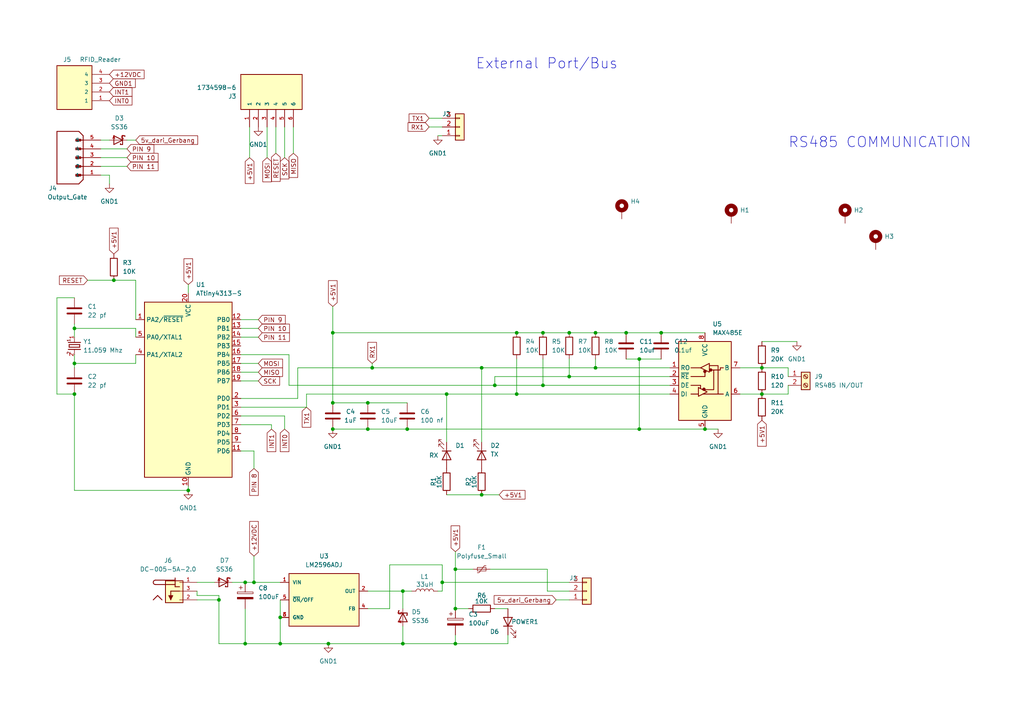
<source format=kicad_sch>
(kicad_sch (version 20231120) (generator "eeschema") (generator_version "8.0")
  (paper "A4")
  (lib_symbols
    (symbol "1734598-6:1734598-6" (pin_names (offset 1.016))
      (property "Reference" "J" (at -5.58 10.16 0))
      (property "Value" "1734598-6" (at -5.08 -10.16 0))
      (symbol "1734598-6_0_0"
        (rectangle (start -5.08 -7.62) (end 5.08 10.16) (stroke (width 0.254)) (fill (type background)))
        (pin passive line (at -10.16 7.62 0) (length 5.08) (name "1") (number "1"))
        (pin passive line (at -10.16 5.08 0) (length 5.08) (name "2") (number "2"))
        (pin passive line (at -10.16 2.54 0) (length 5.08) (name "3") (number "3"))
        (pin passive line (at -10.16 0 0) (length 5.08) (name "4") (number "4"))
        (pin passive line (at -10.16 -2.54 0) (length 5.08) (name "5") (number "5"))
        (pin passive line (at -10.16 -5.08 0) (length 5.08) (name "6") (number "6"))
      )
    )
    (symbol "284513-4:284513-4" (pin_names (offset 1.016))
      (property "Reference" "J" (at -5.58 7.62 0))
      (property "Value" "284513-4" (at -5.08 -7.62 0))
      (symbol "284513-4_0_0"
        (rectangle (start -5.08 -5.08) (end 5.08 7.62) (stroke (width 0.254)) (fill (type background)))
        (pin passive line (at -10.16 5.08 0) (length 5.08) (name "1") (number "1"))
        (pin passive line (at -10.16 2.54 0) (length 5.08) (name "2") (number "2"))
        (pin passive line (at -10.16 0 0) (length 5.08) (name "3") (number "3"))
        (pin passive line (at -10.16 -2.54 0) (length 5.08) (name "4") (number "4"))
      )
    )
    (symbol "Connector:Screw_Terminal_01x02" (pin_names (offset 1.016) hide)
      (property "Reference" "J" (at 0 2.54 0))
      (property "Value" "Screw_Terminal_01x02" (at 0 -5.08 0))
      (symbol "Screw_Terminal_01x02_1_1"
        (rectangle (start -1.27 1.27) (end 1.27 -3.81) (stroke (width 0.254)) (fill (type background)))
        (circle (center 0 -2.54) (radius 0.635) (stroke (width 0.1524)))
        (polyline (pts (xy -0.5334 -2.2098) (xy 0.3302 -3.048)) (stroke (width 0.1524)))
        (polyline (pts (xy -0.5334 0.3302) (xy 0.3302 -0.508)) (stroke (width 0.1524)))
        (polyline (pts (xy -0.3556 -2.032) (xy 0.508 -2.8702)) (stroke (width 0.1524)))
        (polyline (pts (xy -0.3556 0.508) (xy 0.508 -0.3302)) (stroke (width 0.1524)))
        (circle (center 0 0) (radius 0.635) (stroke (width 0.1524)))
        (pin passive line (at -5.08 0 0) (length 3.81) (name "Pin_1") (number "1"))
        (pin passive line (at -5.08 -2.54 0) (length 3.81) (name "Pin_2") (number "2"))
      )
    )
    (symbol "Connector_Generic:Conn_01x03" (pin_names (offset 1.016) hide)
      (property "Reference" "J" (at 0 5.08 0))
      (property "Value" "Conn_01x03" (at 0 -5.08 0))
      (symbol "Conn_01x03_1_1"
        (rectangle (start -1.27 -2.413) (end 0 -2.667) (stroke (width 0.1524)))
        (rectangle (start -1.27 0.127) (end 0 -0.127) (stroke (width 0.1524)))
        (rectangle (start -1.27 2.667) (end 0 2.413) (stroke (width 0.1524)))
        (rectangle (start -1.27 3.81) (end 1.27 -3.81) (stroke (width 0.254)) (fill (type background)))
        (pin passive line (at -5.08 2.54 0) (length 3.81) (name "Pin_1") (number "1"))
        (pin passive line (at -5.08 0 0) (length 3.81) (name "Pin_2") (number "2"))
        (pin passive line (at -5.08 -2.54 0) (length 3.81) (name "Pin_3") (number "3"))
      )
    )
    (symbol "DC-005-5A-2.0:DC-005-5A-2.0" (pin_names (offset 1.016))
      (property "Reference" "J" (at -5.08 5.08 0))
      (property "Value" "DC-005-5A-2.0" (at -5.08 -5.08 0))
      (symbol "DC-005-5A-2.0_0_0"
        (arc (start -4.445 3.175) (mid -5.0773 2.54) (end -4.445 1.905) (stroke (width 0.254)))
        (rectangle (start -1.5421 -3.3564) (end 3.5379 2.9936) (stroke (width 0.254)) (fill (type background)))
        (polyline (pts (xy -4.445 1.905) (xy 1.27 1.905)) (stroke (width 0.254)))
        (polyline (pts (xy -4.445 3.175) (xy 1.27 3.175)) (stroke (width 0.254)))
        (polyline (pts (xy -3.81 -1.27) (xy -5.08 -2.54)) (stroke (width 0.254)))
        (polyline (pts (xy -2.54 -2.54) (xy -3.81 -1.27)) (stroke (width 0.254)))
        (polyline (pts (xy 0 0) (xy 0 -2.54)) (stroke (width 0.254)))
        (polyline (pts (xy 1.27 1.27) (xy 2.54 1.27)) (stroke (width 0.254)))
        (polyline (pts (xy 1.27 1.905) (xy 1.27 1.27)) (stroke (width 0.254)))
        (polyline (pts (xy 1.27 3.175) (xy 1.27 1.905)) (stroke (width 0.254)))
        (polyline (pts (xy 1.27 3.81) (xy 1.27 3.175)) (stroke (width 0.254)))
        (polyline (pts (xy 2.54 0) (xy 0 0)) (stroke (width 0.254)))
        (polyline (pts (xy -0.635 -1.27) (xy 0.635 -1.27) (xy 0 -2.54) (xy -0.635 -1.27)) (stroke (width 0.1524)) (fill (type outline)))
        (pin passive line (at 7.62 2.54 180) (length 5.08) (name "~") (number "1"))
        (pin passive line (at 7.62 -2.54 180) (length 5.08) (name "~") (number "2"))
        (pin passive line (at 7.62 0 180) (length 5.08) (name "~") (number "3"))
      )
    )
    (symbol "Device:C" (pin_numbers hide) (pin_names (offset 0.254))
      (property "Reference" "C" (at 0.635 2.54 0))
      (property "Value" "C" (at 0.635 -2.54 0))
      (symbol "C_0_1"
        (polyline (pts (xy -2.032 -0.762) (xy 2.032 -0.762)) (stroke (width 0.508)))
        (polyline (pts (xy -2.032 0.762) (xy 2.032 0.762)) (stroke (width 0.508)))
      )
      (symbol "C_1_1"
        (pin passive line (at 0 3.81 270) (length 2.794) (name "~") (number "1"))
        (pin passive line (at 0 -3.81 90) (length 2.794) (name "~") (number "2"))
      )
    )
    (symbol "Device:C_Polarized" (pin_numbers hide) (pin_names (offset 0.254))
      (property "Reference" "C" (at 0.635 2.54 0))
      (property "Value" "C_Polarized" (at 0.635 -2.54 0))
      (symbol "C_Polarized_0_1"
        (rectangle (start -2.286 0.508) (end 2.286 1.016))
        (polyline (pts (xy -1.778 2.286) (xy -0.762 2.286)))
        (polyline (pts (xy -1.27 2.794) (xy -1.27 1.778)))
        (rectangle (start 2.286 -0.508) (end -2.286 -1.016) (fill (type outline)))
      )
      (symbol "C_Polarized_1_1"
        (pin passive line (at 0 3.81 270) (length 2.794) (name "~") (number "1"))
        (pin passive line (at 0 -3.81 90) (length 2.794) (name "~") (number "2"))
      )
    )
    (symbol "Device:L" (pin_numbers hide) (pin_names (offset 1.016) hide)
      (property "Reference" "L" (at -1.27 0 90))
      (property "Value" "L" (at 1.905 0 90))
      (symbol "L_0_1"
        (arc (start 0 -2.54) (mid 0.6323 -1.905) (end 0 -1.27))
        (arc (start 0 -1.27) (mid 0.6323 -0.635) (end 0 0))
        (arc (start 0 0) (mid 0.6323 0.635) (end 0 1.27))
        (arc (start 0 1.27) (mid 0.6323 1.905) (end 0 2.54))
      )
      (symbol "L_1_1"
        (pin passive line (at 0 3.81 270) (length 1.27) (name "1") (number "1"))
        (pin passive line (at 0 -3.81 90) (length 1.27) (name "2") (number "2"))
      )
    )
    (symbol "Device:LED" (pin_numbers hide) (pin_names (offset 1.016) hide)
      (property "Reference" "D" (at 0 2.54 0))
      (property "Value" "LED" (at 0 -2.54 0))
      (symbol "LED_0_1"
        (polyline (pts (xy -1.27 -1.27) (xy -1.27 1.27)) (stroke (width 0.254)))
        (polyline (pts (xy -1.27 0) (xy 1.27 0)))
        (polyline (pts (xy 1.27 -1.27) (xy 1.27 1.27) (xy -1.27 0) (xy 1.27 -1.27)) (stroke (width 0.254)))
        (polyline (pts (xy -3.048 -0.762) (xy -4.572 -2.286) (xy -3.81 -2.286) (xy -4.572 -2.286) (xy -4.572 -1.524)))
        (polyline (pts (xy -1.778 -0.762) (xy -3.302 -2.286) (xy -2.54 -2.286) (xy -3.302 -2.286) (xy -3.302 -1.524)))
      )
      (symbol "LED_1_1"
        (pin passive line (at -3.81 0 0) (length 2.54) (name "K") (number "1"))
        (pin passive line (at 3.81 0 180) (length 2.54) (name "A") (number "2"))
      )
    )
    (symbol "Device:Polyfuse_Small" (pin_numbers hide) (pin_names (offset 0))
      (property "Reference" "F" (at -1.905 0 90))
      (property "Value" "Polyfuse_Small" (at 1.905 0 90))
      (symbol "Polyfuse_Small_0_1"
        (rectangle (start -0.508 1.27) (end 0.508 -1.27))
        (polyline (pts (xy 0 2.54) (xy 0 -2.54)))
        (polyline (pts (xy -1.016 1.27) (xy -1.016 0.762) (xy 1.016 -0.762) (xy 1.016 -1.27)))
      )
      (symbol "Polyfuse_Small_1_1"
        (pin passive line (at 0 2.54 270) (length 0.635) (name "~") (number "1"))
        (pin passive line (at 0 -2.54 90) (length 0.635) (name "~") (number "2"))
      )
    )
    (symbol "Device:R" (pin_numbers hide) (pin_names (offset 0))
      (property "Reference" "R" (at 2.032 0 90))
      (property "Value" "R" (at 0 0 90))
      (symbol "R_0_1"
        (rectangle (start -1.016 -2.54) (end 1.016 2.54) (stroke (width 0.254)))
      )
      (symbol "R_1_1"
        (pin passive line (at 0 3.81 270) (length 1.27) (name "~") (number "1"))
        (pin passive line (at 0 -3.81 90) (length 1.27) (name "~") (number "2"))
      )
    )
    (symbol "Interface_UART:MAX485E"
      (property "Reference" "U" (at -6.096 11.43 0))
      (property "Value" "MAX485E" (at 0.762 11.43 0))
      (symbol "MAX485E_0_1"
        (rectangle (start -7.62 10.16) (end 7.62 -12.7) (stroke (width 0.254)) (fill (type background)))
        (circle (center -0.3048 -3.683) (radius 0.3556) (stroke (width 0.254)) (fill (type outline)))
        (circle (center -0.0254 1.4986) (radius 0.3556) (stroke (width 0.254)) (fill (type outline)))
        (polyline (pts (xy -4.064 -5.08) (xy -1.905 -5.08)) (stroke (width 0.254)))
        (polyline (pts (xy -4.064 2.54) (xy -1.27 2.54)) (stroke (width 0.254)))
        (polyline (pts (xy -1.27 -3.2004) (xy -1.27 -3.4544)) (stroke (width 0.254)))
        (polyline (pts (xy -0.635 -5.08) (xy 5.334 -5.08)) (stroke (width 0.254)))
        (polyline (pts (xy -4.064 -2.54) (xy -1.27 -2.54) (xy -1.27 -3.175)) (stroke (width 0.254)))
        (polyline (pts (xy 0 1.27) (xy 0 0) (xy -4.064 0)) (stroke (width 0.254)))
        (polyline (pts (xy 1.27 3.175) (xy 3.81 3.175) (xy 3.81 -5.08)) (stroke (width 0.254)))
        (polyline (pts (xy 2.54 1.905) (xy 2.54 -3.81) (xy 0 -3.81)) (stroke (width 0.254)))
        (polyline (pts (xy -1.905 -3.175) (xy -1.905 -5.715) (xy 0.635 -4.445) (xy -1.905 -3.175)) (stroke (width 0.254)))
        (polyline (pts (xy -1.27 2.54) (xy 1.27 3.81) (xy 1.27 1.27) (xy -1.27 2.54)) (stroke (width 0.254)))
        (polyline (pts (xy 1.905 1.905) (xy 4.445 1.905) (xy 4.445 2.54) (xy 5.334 2.54)) (stroke (width 0.254)))
        (rectangle (start 1.27 3.175) (end 1.27 3.175))
        (circle (center 1.651 1.905) (radius 0.3556) (stroke (width 0.254)) (fill (type outline)))
      )
      (symbol "MAX485E_1_1"
        (pin output line (at -10.16 2.54 0) (length 2.54) (name "RO") (number "1"))
        (pin input line (at -10.16 0 0) (length 2.54) (name "~{RE}") (number "2"))
        (pin input line (at -10.16 -2.54 0) (length 2.54) (name "DE") (number "3"))
        (pin input line (at -10.16 -5.08 0) (length 2.54) (name "DI") (number "4"))
        (pin power_in line (at 0 -15.24 90) (length 2.54) (name "GND") (number "5"))
        (pin bidirectional line (at 10.16 -5.08 180) (length 2.54) (name "A") (number "6"))
        (pin bidirectional line (at 10.16 2.54 180) (length 2.54) (name "B") (number "7"))
        (pin power_in line (at 0 12.7 270) (length 2.54) (name "VCC") (number "8"))
      )
    )
    (symbol "JST 2.5 mm:B5B-XH-A_LF__SN_" (pin_names (offset 1.016))
      (property "Reference" "J" (at 0 8.89 0))
      (property "Value" "B5B-XH-A_LF__SN_" (at 0 -10.16 0))
      (symbol "B5B-XH-A_LF__SN__0_0"
        (polyline (pts (xy 0 -6.35) (xy 1.27 -7.62)) (stroke (width 0.254)))
        (polyline (pts (xy 0 -5.08) (xy 1.905 -5.08)) (stroke (width 0.254)))
        (polyline (pts (xy 0 -2.54) (xy 1.905 -2.54)) (stroke (width 0.254)))
        (polyline (pts (xy 0 0) (xy 1.905 0)) (stroke (width 0.254)))
        (polyline (pts (xy 0 2.54) (xy 1.905 2.54)) (stroke (width 0.254)))
        (polyline (pts (xy 0 5.08) (xy 0 -6.35)) (stroke (width 0.254)))
        (polyline (pts (xy 0 5.08) (xy 1.905 5.08)) (stroke (width 0.254)))
        (polyline (pts (xy 0 6.35) (xy 0 5.08)) (stroke (width 0.254)))
        (polyline (pts (xy 0 6.35) (xy 1.27 7.62)) (stroke (width 0.254)))
        (polyline (pts (xy 1.27 -7.62) (xy 7.62 -7.62)) (stroke (width 0.254)))
        (polyline (pts (xy 7.62 -7.62) (xy 7.62 7.62)) (stroke (width 0.254)))
        (polyline (pts (xy 7.62 7.62) (xy 1.27 7.62)) (stroke (width 0.254)))
        (rectangle (start 0.635 -5.3975) (end 2.2225 -4.7625) (stroke (width 0.1)) (fill (type outline)))
        (rectangle (start 0.635 -2.8575) (end 2.2225 -2.2225) (stroke (width 0.1)) (fill (type outline)))
        (rectangle (start 0.635 -0.3175) (end 2.2225 0.3175) (stroke (width 0.1)) (fill (type outline)))
        (rectangle (start 0.635 2.2225) (end 2.2225 2.8575) (stroke (width 0.1)) (fill (type outline)))
        (rectangle (start 0.635 4.7625) (end 2.2225 5.3975) (stroke (width 0.1)) (fill (type outline)))
        (pin passive line (at -5.08 5.08 0) (length 5.08) (name "1") (number "1"))
        (pin passive line (at -5.08 2.54 0) (length 5.08) (name "2") (number "2"))
        (pin passive line (at -5.08 0 0) (length 5.08) (name "3") (number "3"))
        (pin passive line (at -5.08 -2.54 0) (length 5.08) (name "4") (number "4"))
        (pin passive line (at -5.08 -5.08 0) (length 5.08) (name "5") (number "5"))
      )
    )
    (symbol "LM2596ADJ:LM2596ADJ" (pin_names (offset 1.016))
      (property "Reference" "U" (at -10.16 8.89 0))
      (property "Value" "LM2596ADJ" (at -10.16 -10.16 0))
      (symbol "LM2596ADJ_0_0"
        (rectangle (start -10.16 -7.62) (end 10.16 7.62) (stroke (width 0.254)) (fill (type background)))
        (pin input line (at -12.7 5.08 0) (length 2.54) (name "VIN") (number "1"))
        (pin output line (at 12.7 2.54 180) (length 2.54) (name "OUT") (number "2"))
        (pin power_in line (at -12.7 -5.08 0) (length 2.54) (name "GND") (number "3"))
        (pin input line (at 12.7 -2.54 180) (length 2.54) (name "FB") (number "4"))
        (pin input line (at -12.7 0 0) (length 2.54) (name "~{ON}/OFF") (number "5"))
        (pin power_in line (at -12.7 -5.08 0) (length 2.54) (name "GND") (number "6"))
      )
    )
    (symbol "MCU_Microchip_ATtiny:ATtiny4313-S"
      (property "Reference" "U" (at -12.7 26.67 0))
      (property "Value" "ATtiny4313-S" (at 2.54 -26.67 0))
      (symbol "ATtiny4313-S_0_1"
        (rectangle (start -12.7 -25.4) (end 12.7 25.4) (stroke (width 0.254)) (fill (type background)))
      )
      (symbol "ATtiny4313-S_1_1"
        (pin bidirectional line (at -15.24 20.32 0) (length 2.54) (name "PA2/~{RESET}") (number "1"))
        (pin power_in line (at 0 -27.94 90) (length 2.54) (name "GND") (number "10"))
        (pin bidirectional line (at 15.24 -17.78 180) (length 2.54) (name "PD6") (number "11"))
        (pin bidirectional line (at 15.24 20.32 180) (length 2.54) (name "PB0") (number "12"))
        (pin bidirectional line (at 15.24 17.78 180) (length 2.54) (name "PB1") (number "13"))
        (pin bidirectional line (at 15.24 15.24 180) (length 2.54) (name "PB2") (number "14"))
        (pin bidirectional line (at 15.24 12.7 180) (length 2.54) (name "PB3") (number "15"))
        (pin bidirectional line (at 15.24 10.16 180) (length 2.54) (name "PB4") (number "16"))
        (pin bidirectional line (at 15.24 7.62 180) (length 2.54) (name "PB5") (number "17"))
        (pin bidirectional line (at 15.24 5.08 180) (length 2.54) (name "PB6") (number "18"))
        (pin bidirectional line (at 15.24 2.54 180) (length 2.54) (name "PB7") (number "19"))
        (pin bidirectional line (at 15.24 -2.54 180) (length 2.54) (name "PD0") (number "2"))
        (pin power_in line (at 0 27.94 270) (length 2.54) (name "VCC") (number "20"))
        (pin bidirectional line (at 15.24 -5.08 180) (length 2.54) (name "PD1") (number "3"))
        (pin bidirectional line (at -15.24 10.16 0) (length 2.54) (name "PA1/XTAL2") (number "4"))
        (pin bidirectional line (at -15.24 15.24 0) (length 2.54) (name "PA0/XTAL1") (number "5"))
        (pin bidirectional line (at 15.24 -7.62 180) (length 2.54) (name "PD2") (number "6"))
        (pin bidirectional line (at 15.24 -10.16 180) (length 2.54) (name "PD3") (number "7"))
        (pin bidirectional line (at 15.24 -12.7 180) (length 2.54) (name "PD4") (number "8"))
        (pin bidirectional line (at 15.24 -15.24 180) (length 2.54) (name "PD5") (number "9"))
      )
    )
    (symbol "Mechanical:MountingHole_Pad" (pin_numbers hide) (pin_names (offset 1.016) hide)
      (property "Reference" "H" (at 0 6.35 0))
      (property "Value" "MountingHole_Pad" (at 0 4.445 0))
      (symbol "MountingHole_Pad_0_1"
        (circle (center 0 1.27) (radius 1.27) (stroke (width 1.27)))
      )
      (symbol "MountingHole_Pad_1_1"
        (pin input line (at 0 -2.54 90) (length 2.54) (name "1") (number "1"))
      )
    )
    (symbol "SS36_1" (pin_names (offset 1.016))
      (property "Reference" "D" (at -2.286 1.905 0))
      (property "Value" "SS36" (at -2.286 -3.429 0))
      (symbol "SS36_1_0_0"
        (polyline (pts (xy -1.27 -1.27) (xy 1.27 0)) (stroke (width 0.254)))
        (polyline (pts (xy -1.27 1.27) (xy -1.27 -1.27)) (stroke (width 0.254)))
        (polyline (pts (xy 0.635 -1.016) (xy 0.635 -1.27)) (stroke (width 0.254)))
        (polyline (pts (xy 1.27 -1.27) (xy 0.635 -1.27)) (stroke (width 0.254)))
        (polyline (pts (xy 1.27 0) (xy -1.27 1.27)) (stroke (width 0.254)))
        (polyline (pts (xy 1.27 0) (xy 1.27 -1.27)) (stroke (width 0.254)))
        (polyline (pts (xy 1.27 1.27) (xy 1.27 0)) (stroke (width 0.254)))
        (polyline (pts (xy 1.905 1.27) (xy 1.27 1.27)) (stroke (width 0.254)))
        (polyline (pts (xy 1.905 1.27) (xy 1.905 1.016)) (stroke (width 0.254)))
        (pin passive line (at -2.54 0 0) (length 2.54) (name "~") (number "A"))
        (pin passive line (at 2.54 0 180) (length 2.54) (name "~") (number "C"))
      )
    )
    (symbol "XT9S20ANA16M:XT9S20ANA16M" (pin_names (offset 1.016))
      (property "Reference" "Y" (at 2.54 1.016 0))
      (property "Value" "XT9S20ANA16M" (at 2.54 -2.54 0))
      (symbol "XT9S20ANA16M_0_0"
        (polyline (pts (xy -2.54 0) (xy -1.016 0)) (stroke (width 0.1524)))
        (polyline (pts (xy -1.016 1.778) (xy -1.016 -1.778)) (stroke (width 0.254)))
        (polyline (pts (xy -0.381 -1.524) (xy 0.381 -1.524)) (stroke (width 0.254)))
        (polyline (pts (xy -0.381 1.524) (xy -0.381 -1.524)) (stroke (width 0.254)))
        (polyline (pts (xy 0.381 -1.524) (xy 0.381 1.524)) (stroke (width 0.254)))
        (polyline (pts (xy 0.381 1.524) (xy -0.381 1.524)) (stroke (width 0.254)))
        (polyline (pts (xy 1.016 0) (xy 2.54 0)) (stroke (width 0.1524)))
        (polyline (pts (xy 1.016 1.778) (xy 1.016 -1.778)) (stroke (width 0.254)))
        (text "1" (at -2.159 -1.143 0) (effects (font (size 0.8636 0.8636)) (justify left bottom)))
        (text "2" (at 1.524 -1.143 0) (effects (font (size 0.8636 0.8636)) (justify left bottom)))
        (pin passive line (at -2.54 0 0) (length 0) (name "~") (number "1"))
        (pin passive line (at 2.54 0 180) (length 0) (name "~") (number "2"))
      )
    )
    (symbol "power:GND1" (power) (pin_names (offset 0))
      (property "Value" "GND1" (at 0 -3.81 0))
      (symbol "GND1_0_1"
        (polyline (pts (xy 0 0) (xy 0 -1.27) (xy 1.27 -1.27) (xy 0 -2.54) (xy -1.27 -1.27) (xy 0 -1.27)))
      )
      (symbol "GND1_1_1"
        (pin power_in line (at 0 0 270) (length 0) hide (name "GND1") (number "1"))
      )
    )
  )
  (junction (at 54.61 142.24))
  (junction (at 139.7 143.51))
  (junction (at 73.66 168.91))
  (junction (at 81.28 186.69))
  (junction (at 106.68 124.46))
  (junction (at 63.5 173.99))
  (junction (at 181.61 96.52))
  (junction (at 71.12 186.69))
  (junction (at 165.1 96.52))
  (junction (at 157.48 96.52))
  (junction (at 96.52 96.52))
  (junction (at 81.28 179.07))
  (junction (at 116.84 186.69))
  (junction (at 129.54 114.3))
  (junction (at 220.98 106.68))
  (junction (at 172.72 106.68))
  (junction (at 157.48 111.76))
  (junction (at 139.7 106.68))
  (junction (at 132.08 165.1))
  (junction (at 185.42 104.14))
  (junction (at 106.68 116.84))
  (junction (at 71.12 168.91))
  (junction (at 204.47 124.46))
  (junction (at 21.59 105.41))
  (junction (at 128.27 168.91))
  (junction (at 185.42 124.46))
  (junction (at 118.11 124.46))
  (junction (at 191.77 96.52))
  (junction (at 132.08 186.69))
  (junction (at 33.02 81.28))
  (junction (at 149.86 114.3))
  (junction (at 116.84 171.45))
  (junction (at 107.95 106.68))
  (junction (at 149.86 96.52))
  (junction (at 143.51 111.76))
  (junction (at 21.59 114.3))
  (junction (at 165.1 109.22))
  (junction (at 21.59 95.25))
  (junction (at 96.52 116.84))
  (junction (at 96.52 124.46))
  (junction (at 95.25 186.69))
  (junction (at 172.72 96.52))
  (junction (at 220.98 114.3))
  (junction (at 132.08 176.53))
  (wire (pts (xy 143.51 109.22) (xy 143.51 111.76)))
  (wire (pts (xy 81.28 186.69) (xy 95.25 186.69)))
  (wire (pts (xy 135.89 176.53) (xy 132.08 176.53)))
  (wire (pts (xy 81.28 173.99) (xy 81.28 179.07)))
  (wire (pts (xy 81.28 179.07) (xy 81.28 186.69)))
  (wire (pts (xy 116.84 176.53) (xy 116.84 171.45)))
  (wire (pts (xy 83.82 111.76) (xy 83.82 102.87)))
  (wire (pts (xy 72.39 45.72) (xy 72.39 36.83)))
  (wire (pts (xy 161.29 173.99) (xy 165.1 173.99)))
  (wire (pts (xy 106.68 171.45) (xy 116.84 171.45)))
  (wire (pts (xy 143.51 111.76) (xy 157.48 111.76)))
  (wire (pts (xy 71.12 176.53) (xy 71.12 186.69)))
  (wire (pts (xy 63.5 186.69) (xy 71.12 186.69)))
  (wire (pts (xy 85.09 44.45) (xy 85.09 36.83)))
  (wire (pts (xy 165.1 168.91) (xy 128.27 168.91)))
  (wire (pts (xy 21.59 95.25) (xy 21.59 97.79)))
  (wire (pts (xy 21.59 142.24) (xy 54.61 142.24)))
  (wire (pts (xy 21.59 86.36) (xy 16.51 86.36)))
  (wire (pts (xy 128.27 163.83) (xy 128.27 168.91)))
  (wire (pts (xy 116.84 181.61) (xy 116.84 186.69)))
  (wire (pts (xy 95.25 186.69) (xy 116.84 186.69)))
  (wire (pts (xy 149.86 114.3) (xy 194.31 114.3)))
  (wire (pts (xy 139.7 106.68) (xy 172.72 106.68)))
  (wire (pts (xy 124.46 36.83) (xy 128.27 36.83)))
  (wire (pts (xy 39.37 81.28) (xy 39.37 92.71)))
  (wire (pts (xy 139.7 143.51) (xy 144.78 143.51)))
  (wire (pts (xy 149.86 96.52) (xy 157.48 96.52)))
  (wire (pts (xy 139.7 106.68) (xy 139.7 128.27)))
  (wire (pts (xy 107.95 106.68) (xy 139.7 106.68)))
  (wire (pts (xy 74.93 105.41) (xy 69.85 105.41)))
  (wire (pts (xy 77.47 45.72) (xy 77.47 36.83)))
  (wire (pts (xy 143.51 111.76) (xy 83.82 111.76)))
  (wire (pts (xy 73.66 168.91) (xy 81.28 168.91)))
  (wire (pts (xy 67.31 168.91) (xy 71.12 168.91)))
  (wire (pts (xy 106.68 116.84) (xy 118.11 116.84)))
  (wire (pts (xy 78.74 123.19) (xy 78.74 124.46)))
  (wire (pts (xy 29.21 50.8) (xy 31.75 50.8)))
  (wire (pts (xy 181.61 104.14) (xy 185.42 104.14)))
  (wire (pts (xy 80.01 44.45) (xy 80.01 36.83)))
  (wire (pts (xy 106.68 124.46) (xy 118.11 124.46)))
  (wire (pts (xy 16.51 86.36) (xy 16.51 114.3)))
  (wire (pts (xy 83.82 102.87) (xy 69.85 102.87)))
  (wire (pts (xy 220.98 114.3) (xy 228.6 114.3)))
  (wire (pts (xy 71.12 186.69) (xy 81.28 186.69)))
  (wire (pts (xy 181.61 96.52) (xy 191.77 96.52)))
  (wire (pts (xy 214.63 114.3) (xy 220.98 114.3)))
  (wire (pts (xy 172.72 96.52) (xy 181.61 96.52)))
  (wire (pts (xy 25.4 81.28) (xy 33.02 81.28)))
  (wire (pts (xy 74.93 97.79) (xy 69.85 97.79)))
  (wire (pts (xy 228.6 106.68) (xy 228.6 109.22)))
  (wire (pts (xy 21.59 102.87) (xy 21.59 105.41)))
  (wire (pts (xy 73.66 130.81) (xy 73.66 135.89)))
  (wire (pts (xy 36.83 48.26) (xy 29.21 48.26)))
  (wire (pts (xy 69.85 123.19) (xy 78.74 123.19)))
  (wire (pts (xy 39.37 95.25) (xy 39.37 97.79)))
  (wire (pts (xy 214.63 106.68) (xy 220.98 106.68)))
  (wire (pts (xy 21.59 105.41) (xy 39.37 105.41)))
  (wire (pts (xy 21.59 114.3) (xy 21.59 142.24)))
  (wire (pts (xy 106.68 176.53) (xy 113.03 176.53)))
  (wire (pts (xy 157.48 96.52) (xy 165.1 96.52)))
  (wire (pts (xy 69.85 95.25) (xy 74.93 95.25)))
  (wire (pts (xy 57.15 171.45) (xy 57.15 172.72)))
  (wire (pts (xy 107.95 105.41) (xy 107.95 106.68)))
  (wire (pts (xy 21.59 93.98) (xy 21.59 95.25)))
  (wire (pts (xy 36.83 43.18) (xy 29.21 43.18)))
  (wire (pts (xy 21.59 95.25) (xy 39.37 95.25)))
  (wire (pts (xy 147.32 186.69) (xy 147.32 184.15)))
  (wire (pts (xy 127 39.37) (xy 128.27 39.37)))
  (wire (pts (xy 132.08 160.02) (xy 132.08 165.1)))
  (wire (pts (xy 96.52 96.52) (xy 149.86 96.52)))
  (wire (pts (xy 231.14 99.06) (xy 220.98 99.06)))
  (wire (pts (xy 220.98 106.68) (xy 228.6 106.68)))
  (wire (pts (xy 132.08 186.69) (xy 147.32 186.69)))
  (wire (pts (xy 73.66 161.29) (xy 73.66 168.91)))
  (wire (pts (xy 88.9 118.11) (xy 88.9 114.3)))
  (wire (pts (xy 118.11 124.46) (xy 185.42 124.46)))
  (wire (pts (xy 185.42 104.14) (xy 191.77 104.14)))
  (wire (pts (xy 86.36 106.68) (xy 107.95 106.68)))
  (wire (pts (xy 128.27 171.45) (xy 127 171.45)))
  (wire (pts (xy 137.16 165.1) (xy 132.08 165.1)))
  (wire (pts (xy 33.02 81.28) (xy 39.37 81.28)))
  (wire (pts (xy 57.15 173.99) (xy 63.5 173.99)))
  (wire (pts (xy 158.75 171.45) (xy 165.1 171.45)))
  (wire (pts (xy 185.42 104.14) (xy 185.42 124.46)))
  (wire (pts (xy 208.28 124.46) (xy 204.47 124.46)))
  (wire (pts (xy 157.48 111.76) (xy 194.31 111.76)))
  (wire (pts (xy 165.1 96.52) (xy 172.72 96.52)))
  (wire (pts (xy 116.84 186.69) (xy 132.08 186.69)))
  (wire (pts (xy 129.54 114.3) (xy 149.86 114.3)))
  (wire (pts (xy 39.37 105.41) (xy 39.37 102.87)))
  (wire (pts (xy 29.21 45.72) (xy 36.83 45.72)))
  (wire (pts (xy 57.15 168.91) (xy 62.23 168.91)))
  (wire (pts (xy 86.36 106.68) (xy 86.36 115.57)))
  (wire (pts (xy 129.54 114.3) (xy 129.54 128.27)))
  (wire (pts (xy 96.52 96.52) (xy 96.52 116.84)))
  (wire (pts (xy 185.42 124.46) (xy 204.47 124.46)))
  (wire (pts (xy 116.84 171.45) (xy 119.38 171.45)))
  (wire (pts (xy 69.85 120.65) (xy 82.55 120.65)))
  (wire (pts (xy 69.85 92.71) (xy 74.93 92.71)))
  (wire (pts (xy 129.54 143.51) (xy 139.7 143.51)))
  (wire (pts (xy 143.51 109.22) (xy 165.1 109.22)))
  (wire (pts (xy 63.5 173.99) (xy 63.5 186.69)))
  (wire (pts (xy 88.9 114.3) (xy 129.54 114.3)))
  (wire (pts (xy 69.85 130.81) (xy 73.66 130.81)))
  (wire (pts (xy 158.75 165.1) (xy 158.75 171.45)))
  (wire (pts (xy 31.75 40.64) (xy 29.21 40.64)))
  (wire (pts (xy 124.46 34.29) (xy 128.27 34.29)))
  (wire (pts (xy 36.83 40.64) (xy 39.37 40.64)))
  (wire (pts (xy 54.61 82.55) (xy 54.61 85.09)))
  (wire (pts (xy 54.61 140.97) (xy 54.61 142.24)))
  (wire (pts (xy 69.85 118.11) (xy 88.9 118.11)))
  (wire (pts (xy 74.93 110.49) (xy 69.85 110.49)))
  (wire (pts (xy 113.03 176.53) (xy 113.03 163.83)))
  (wire (pts (xy 82.55 45.72) (xy 82.55 36.83)))
  (wire (pts (xy 96.52 88.9) (xy 96.52 96.52)))
  (wire (pts (xy 191.77 96.52) (xy 204.47 96.52)))
  (wire (pts (xy 69.85 115.57) (xy 86.36 115.57)))
  (wire (pts (xy 172.72 106.68) (xy 194.31 106.68)))
  (wire (pts (xy 132.08 186.69) (xy 132.08 184.15)))
  (wire (pts (xy 57.15 172.72) (xy 63.5 172.72)))
  (wire (pts (xy 21.59 105.41) (xy 21.59 106.68)))
  (wire (pts (xy 16.51 114.3) (xy 21.59 114.3)))
  (wire (pts (xy 128.27 168.91) (xy 128.27 171.45)))
  (wire (pts (xy 143.51 176.53) (xy 147.32 176.53)))
  (wire (pts (xy 142.24 165.1) (xy 158.75 165.1)))
  (wire (pts (xy 165.1 104.14) (xy 165.1 109.22)))
  (wire (pts (xy 71.12 168.91) (xy 73.66 168.91)))
  (wire (pts (xy 132.08 165.1) (xy 132.08 176.53)))
  (wire (pts (xy 82.55 120.65) (xy 82.55 124.46)))
  (wire (pts (xy 96.52 116.84) (xy 106.68 116.84)))
  (wire (pts (xy 165.1 109.22) (xy 194.31 109.22)))
  (wire (pts (xy 113.03 163.83) (xy 128.27 163.83)))
  (wire (pts (xy 63.5 172.72) (xy 63.5 173.99)))
  (wire (pts (xy 157.48 104.14) (xy 157.48 111.76)))
  (wire (pts (xy 228.6 114.3) (xy 228.6 111.76)))
  (wire (pts (xy 31.75 50.8) (xy 31.75 53.34)))
  (wire (pts (xy 74.93 107.95) (xy 69.85 107.95)))
  (wire (pts (xy 96.52 124.46) (xy 106.68 124.46)))
  (wire (pts (xy 172.72 104.14) (xy 172.72 106.68)))
  (wire (pts (xy 149.86 104.14) (xy 149.86 114.3)))
  (text "External Port/Bus" (at 137.922 20.32 0) (effects (font (size 3 3)) (justify left bottom)))
  (text "RS485 COMMUNICATION\n" (at 228.6 43.18 0) (effects (font (size 3 3)) (justify left bottom)))
  (global_label "+5V1" (shape input) (at 96.52 88.9 90) (property "Intersheetrefs" "${INTERSHEET_REFS}" (effects (hide yes))))
  (global_label "TX1" (shape input) (at 88.9 118.11 270) (property "Intersheetrefs" "${INTERSHEET_REFS}" (effects (hide yes))))
  (global_label "RX1" (shape input) (at 107.95 105.41 90) (property "Intersheetrefs" "${INTERSHEET_REFS}" (effects (hide yes))))
  (global_label "INT0" (shape input) (at 31.75 29.21 0) (property "Intersheetrefs" "${INTERSHEET_REFS}" (effects (hide yes))))
  (global_label "INT1" (shape input) (at 78.74 124.46 270) (property "Intersheetrefs" "${INTERSHEET_REFS}" (effects (hide yes))))
  (global_label "5v_dari_Gerbang" (shape input) (at 161.29 173.99 180) (property "Intersheetrefs" "${INTERSHEET_REFS}" (effects (hide yes))))
  (global_label "PIN 8" (shape input) (at 73.66 135.89 270) (property "Intersheetrefs" "${INTERSHEET_REFS}" (effects (hide yes))))
  (global_label "INT1" (shape input) (at 31.75 26.67 0) (property "Intersheetrefs" "${INTERSHEET_REFS}" (effects (hide yes))))
  (global_label "+5V1" (shape input) (at 54.61 82.55 90) (property "Intersheetrefs" "${INTERSHEET_REFS}" (effects (hide yes))))
  (global_label "+5V1" (shape input) (at 33.02 73.66 90) (property "Intersheetrefs" "${INTERSHEET_REFS}" (effects (hide yes))))
  (global_label "+12VDC" (shape input) (at 73.66 161.29 90) (property "Intersheetrefs" "${INTERSHEET_REFS}" (effects (hide yes))))
  (global_label "+12VDC" (shape input) (at 31.75 21.59 0) (property "Intersheetrefs" "${INTERSHEET_REFS}" (effects (hide yes))))
  (global_label "RX1" (shape input) (at 124.46 36.83 180) (property "Intersheetrefs" "${INTERSHEET_REFS}" (effects (hide yes))))
  (global_label "+5V1" (shape input) (at 144.78 143.51 0) (property "Intersheetrefs" "${INTERSHEET_REFS}" (effects (hide yes))))
  (global_label "PIN 10" (shape input) (at 74.93 95.25 0) (property "Intersheetrefs" "${INTERSHEET_REFS}" (effects (hide yes))))
  (global_label "PIN 9" (shape input) (at 74.93 92.71 0) (property "Intersheetrefs" "${INTERSHEET_REFS}" (effects (hide yes))))
  (global_label "MOSI" (shape input) (at 74.93 105.41 0) (property "Intersheetrefs" "${INTERSHEET_REFS}" (effects (hide yes))))
  (global_label "+5V1" (shape input) (at 132.08 160.02 90) (property "Intersheetrefs" "${INTERSHEET_REFS}" (effects (hide yes))))
  (global_label "+5V1" (shape input) (at 72.39 45.72 270) (property "Intersheetrefs" "${INTERSHEET_REFS}" (effects (hide yes))))
  (global_label "SCK" (shape input) (at 74.93 110.49 0) (property "Intersheetrefs" "${INTERSHEET_REFS}" (effects (hide yes))))
  (global_label "+5V1" (shape input) (at 220.98 121.92 270) (property "Intersheetrefs" "${INTERSHEET_REFS}" (effects (hide yes))))
  (global_label "INT0" (shape input) (at 82.55 124.46 270) (property "Intersheetrefs" "${INTERSHEET_REFS}" (effects (hide yes))))
  (global_label "MISO" (shape input) (at 85.09 44.45 270) (property "Intersheetrefs" "${INTERSHEET_REFS}" (effects (hide yes))))
  (global_label "PIN 11" (shape input) (at 36.83 48.26 0) (property "Intersheetrefs" "${INTERSHEET_REFS}" (effects (hide yes))))
  (global_label "GND1" (shape input) (at 31.75 24.13 0) (property "Intersheetrefs" "${INTERSHEET_REFS}" (effects (hide yes))))
  (global_label "RESET" (shape input) (at 25.4 81.28 180) (property "Intersheetrefs" "${INTERSHEET_REFS}" (effects (hide yes))))
  (global_label "MOSI" (shape input) (at 77.47 45.72 270) (property "Intersheetrefs" "${INTERSHEET_REFS}" (effects (hide yes))))
  (global_label "TX1" (shape input) (at 124.46 34.29 180) (property "Intersheetrefs" "${INTERSHEET_REFS}" (effects (hide yes))))
  (global_label "PIN 10" (shape input) (at 36.83 45.72 0) (property "Intersheetrefs" "${INTERSHEET_REFS}" (effects (hide yes))))
  (global_label "PIN 11" (shape input) (at 74.93 97.79 0) (property "Intersheetrefs" "${INTERSHEET_REFS}" (effects (hide yes))))
  (global_label "RESET" (shape input) (at 80.01 44.45 270) (property "Intersheetrefs" "${INTERSHEET_REFS}" (effects (hide yes))))
  (global_label "PIN 9" (shape input) (at 36.83 43.18 0) (property "Intersheetrefs" "${INTERSHEET_REFS}" (effects (hide yes))))
  (global_label "SCK" (shape input) (at 82.55 45.72 270) (property "Intersheetrefs" "${INTERSHEET_REFS}" (effects (hide yes))))
  (global_label "MISO" (shape input) (at 74.93 107.95 0) (property "Intersheetrefs" "${INTERSHEET_REFS}" (effects (hide yes))))
  (global_label "5v_dari_Gerbang" (shape input) (at 39.37 40.64 0) (property "Intersheetrefs" "${INTERSHEET_REFS}" (effects (hide yes))))
  (symbol (lib_id "Device:LED") (at 129.54 132.08 270) (unit 1)
    (property "Reference" "D1" (at 132.08 129.2225 90) (effects (justify left)))
    (property "Value" "RX" (at 124.46 132.08 90) (effects (justify left)))
    (property "Footprint" "LED_SMD:LED_1206_3216Metric" (effects (hide yes)))
  )
  (symbol (lib_id "Device:R") (at 220.98 110.49 0) (unit 1)
    (property "Reference" "R10" (at 223.52 109.22 0) (effects (justify left)))
    (property "Value" "120" (at 223.52 111.76 0) (effects (justify left)))
    (property "Footprint" "Resistor_SMD:R_1206_3216Metric" (effects (hide yes)))
  )
  (symbol (lib_id "Device:R") (at 220.98 118.11 0) (unit 1)
    (property "Reference" "R11" (at 223.52 116.84 0) (effects (justify left)))
    (property "Value" "20K" (at 223.52 119.38 0) (effects (justify left)))
    (property "Footprint" "Resistor_SMD:R_1206_3216Metric" (effects (hide yes)))
  )
  (symbol (lib_id "Mechanical:MountingHole_Pad") (at 254 69.85 0) (unit 1)
    (property "Reference" "H3" (at 256.54 68.5799 0) (effects (justify left)))
    (property "Value" "MountingHole_Pad" (effects (hide yes)))
    (property "Footprint" "MountingHole:MountingHole_3.2mm_M3_Pad_Via" (effects (hide yes)))
  )
  (symbol (lib_name "SS36_1") (lib_id "SS36:SS36") (at 116.84 179.07 90) (unit 1)
    (property "Reference" "D5" (at 119.38 177.4824 90) (effects (justify right)))
    (property "Value" "SS36" (at 119.38 180.0224 90) (effects (justify right)))
    (property "Footprint" "SS36:SMA" (effects (hide yes)))
    (property "MF" "ON Semiconductor" (effects (hide yes)))
    (property "Description_1" "\nDiode Schottky 60 V 3A Surface Mount SMC (DO-214AB)\n" (effects (hide yes)))
    (property "Package" "SMC-2 ON Semiconductor" (effects (hide yes)))
    (property "Price" "None" (effects (hide yes)))
    (property "SnapEDA_Link" "https://www.snapeda.com/parts/SS36/Onsemi/view-part/?ref=snap" (effects (hide yes)))
    (property "MP" "SS36" (effects (hide yes)))
    (property "Availability" "In Stock" (effects (hide yes)))
    (property "Check_prices" "https://www.snapeda.com/parts/SS36/Onsemi/view-part/?ref=eda" (effects (hide yes)))
  )
  (symbol (lib_id "Device:C") (at 106.68 120.65 0) (unit 1)
    (property "Reference" "C5" (at 110.49 119.38 0) (effects (justify left)))
    (property "Value" "10uF" (at 110.49 121.92 0) (effects (justify left)))
    (property "Footprint" "Capacitor_SMD:C_1206_3216Metric" (effects (hide yes)))
  )
  (symbol (lib_id "Device:LED") (at 139.7 132.08 270) (unit 1)
    (property "Reference" "D2" (at 142.24 129.2225 90) (effects (justify left)))
    (property "Value" "TX" (at 142.24 131.7625 90) (effects (justify left)))
    (property "Footprint" "LED_SMD:LED_1206_3216Metric" (effects (hide yes)))
  )
  (symbol (lib_id "Device:LED") (at 147.32 180.34 90) (unit 1)
    (property "Reference" "D6" (at 144.78 183.1975 90) (effects (justify left)))
    (property "Value" "POWER1" (at 156.21 180.34 90) (effects (justify left)))
    (property "Footprint" "LED_SMD:LED_1206_3216Metric" (effects (hide yes)))
  )
  (symbol (lib_id "Interface_UART:MAX485E") (at 204.47 109.22 0) (unit 1)
    (property "Reference" "U5" (at 206.6641 93.98 0) (effects (justify left)))
    (property "Value" "MAX485E" (at 206.6641 96.52 0) (effects (justify left)))
    (property "Footprint" "MAX485EESA_T:SOIC127P600X175-8N" (effects (hide yes)))
    (property "Datasheet" "https://datasheets.maximintegrated.com/en/ds/MAX1487E-MAX491E.pdf" (effects (hide yes)))
  )
  (symbol (lib_id "Device:R") (at 220.98 102.87 0) (unit 1)
    (property "Reference" "R9" (at 223.52 101.6 0) (effects (justify left)))
    (property "Value" "20K" (at 223.52 104.14 0) (effects (justify left)))
    (property "Footprint" "Resistor_SMD:R_1206_3216Metric" (effects (hide yes)))
  )
  (symbol (lib_id "284513-4:284513-4") (at 21.59 24.13 180) (unit 1)
    (property "Reference" "J5" (at 18.288 17.272 0) (effects (justify right)))
    (property "Value" "RFID_Reader" (at 23.114 17.272 0) (effects (justify right)))
    (property "Footprint" "TerminalBlock:TerminalBlock_Xinya_XY308-2.54-4P_1x04_P2.54mm_Horizontal" (effects (hide yes)))
    (property "Description" "\nCircular Connector, 4 POS TERMI-BLOK HDR 900 POL. | TE Connectivity 284513-4\n" (effects (hide yes)))
    (property "Check_prices" "https://www.snapeda.com/parts/284513-4/TE+Connectivity+AMP+Connectors/view-part/?ref=eda" (effects (hide yes)))
    (property "Package" "None" (effects (hide yes)))
    (property "STANDARD" "Manufacturer Recommendations" (effects (hide yes)))
    (property "PARTREV" "R" (effects (hide yes)))
    (property "SnapEDA_Link" "https://www.snapeda.com/parts/284513-4/TE+Connectivity+AMP+Connectors/view-part/?ref=snap" (effects (hide yes)))
    (property "Purchase-URL" "https://www.snapeda.com/api/url_track_click_mouser/?unipart_id=417758&manufacturer=TE Connectivity&part_name=284513-4&search_term=284513-4" (effects (hide yes)))
    (property "Number_of_Positions" "4" (effects (hide yes)))
    (property "MANUFACTURER" "TE" (effects (hide yes)))
    (property "Comment" "284513-4" (effects (hide yes)))
    (property "MF" "TE Connectivity" (effects (hide yes)))
    (property "Price" "None" (effects (hide yes)))
    (property "MP" "284513-4" (effects (hide yes)))
    (property "EU_RoHS_Compliance" "Compliant" (effects (hide yes)))
    (property "Availability" "In Stock" (effects (hide yes)))
    (property "Centerline_Pitch" "3.81 mm[.1499 in]" (effects (hide yes)))
  )
  (symbol (lib_id "power:GND1") (at 74.93 36.83 0) (unit 1)
    (property "Reference" "#PWR07" (effects (hide yes)))
    (property "Value" "GND1" (at 74.93 41.91 0))
  )
  (symbol (lib_id "power:GND1") (at 231.14 99.06 0) (unit 1)
    (property "Reference" "#PWR08" (effects (hide yes)))
    (property "Value" "GND1" (at 231.14 104.14 0))
  )
  (symbol (lib_id "Device:C") (at 96.52 120.65 0) (unit 1)
    (property "Reference" "C4" (at 100.33 119.38 0) (effects (justify left)))
    (property "Value" "1uF" (at 99.822 121.92 0) (effects (justify left)))
    (property "Footprint" "Capacitor_SMD:C_1206_3216Metric" (effects (hide yes)))
  )
  (symbol (lib_id "Device:C") (at 191.77 100.33 0) (unit 1)
    (property "Reference" "C12" (at 195.58 99.06 0) (effects (justify left)))
    (property "Value" "0.1uf" (at 195.58 101.6 0) (effects (justify left)))
    (property "Footprint" "Capacitor_SMD:C_1206_3216Metric" (effects (hide yes)))
  )
  (symbol (lib_id "Device:C") (at 21.59 110.49 0) (unit 1)
    (property "Reference" "C2" (at 25.4 109.22 0) (effects (justify left)))
    (property "Value" "22 pf" (at 25.4 111.76 0) (effects (justify left)))
    (property "Footprint" "Capacitor_SMD:C_1206_3216Metric" (effects (hide yes)))
  )
  (symbol (lib_id "Device:R") (at 157.48 100.33 0) (unit 1)
    (property "Reference" "R5" (at 160.02 99.06 0) (effects (justify left)))
    (property "Value" "10K" (at 160.02 101.6 0) (effects (justify left)))
    (property "Footprint" "Resistor_SMD:R_1206_3216Metric" (effects (hide yes)))
  )
  (symbol (lib_name "SS36_1") (lib_id "SS36:SS36") (at 64.77 168.91 0) (unit 1)
    (property "Reference" "D7" (at 65.0875 162.56 0))
    (property "Value" "SS36" (at 65.0875 165.1 0))
    (property "Footprint" "SS36:SMA" (effects (hide yes)))
    (property "MF" "ON Semiconductor" (effects (hide yes)))
    (property "Description_1" "\nDiode Schottky 60 V 3A Surface Mount SMC (DO-214AB)\n" (effects (hide yes)))
    (property "Package" "SMC-2 ON Semiconductor" (effects (hide yes)))
    (property "Price" "None" (effects (hide yes)))
    (property "SnapEDA_Link" "https://www.snapeda.com/parts/SS36/Onsemi/view-part/?ref=snap" (effects (hide yes)))
    (property "MP" "SS36" (effects (hide yes)))
    (property "Availability" "In Stock" (effects (hide yes)))
    (property "Check_prices" "https://www.snapeda.com/parts/SS36/Onsemi/view-part/?ref=eda" (effects (hide yes)))
  )
  (symbol (lib_id "Connector_Generic:Conn_01x03") (at -160.02 99.06 0) (unit 1)
    (property "Reference" "J7" (at -156.21 97.7899 0) (effects (justify left)))
    (property "Value" "Conn_01x03" (at -156.21 100.3299 0) (effects (justify left)))
    (property "Description" "Generic connector, single row, 01x03, script generated (kicad-library-utils/schlib/autogen/connector/)" (effects (hide yes)))
  )
  (symbol (lib_id "DC-005-5A-2.0:DC-005-5A-2.0") (at 49.53 171.45 0) (unit 1)
    (property "Reference" "J6" (at 48.7589 162.56 0))
    (property "Value" "DC-005-5A-2.0" (at 48.7589 165.1 0))
    (property "Footprint" "Connector_BarrelJack:BarrelJack_Horizontal" (effects (hide yes)))
    (property "Description" "\nDC Power Receptacle Jack, Through Hole，Right Angle\n" (effects (hide yes)))
    (property "MF" "XKB Industrial Precision" (effects (hide yes)))
    (property "MAXIMUM_PACKAGE_HEIGHT" "11 mm" (effects (hide yes)))
    (property "Package" "Package" (effects (hide yes)))
    (property "Price" "None" (effects (hide yes)))
    (property "Check_prices" "https://www.snapeda.com/parts/DC-005-5A-2.0/XKB+Industrial+Precision/view-part/?ref=eda" (effects (hide yes)))
    (property "STANDARD" "Manufacturer Recommendations" (effects (hide yes)))
    (property "PARTREV" "A0" (effects (hide yes)))
    (property "SnapEDA_Link" "https://www.snapeda.com/parts/DC-005-5A-2.0/XKB+Industrial+Precision/view-part/?ref=snap" (effects (hide yes)))
    (property "MP" "DC-005-5A-2.0" (effects (hide yes)))
    (property "Availability" "Not in stock" (effects (hide yes)))
    (property "MANUFACTURER" "XKB" (effects (hide yes)))
  )
  (symbol (lib_id "Device:R") (at 33.02 77.47 0) (unit 1)
    (property "Reference" "R3" (at 35.56 76.2 0) (effects (justify left)))
    (property "Value" "10K" (at 35.56 78.74 0) (effects (justify left)))
    (property "Footprint" "Resistor_SMD:R_1206_3216Metric" (effects (hide yes)))
  )
  (symbol (lib_id "MCU_Microchip_ATtiny:ATtiny4313-S") (at 54.61 113.03 0) (unit 1)
    (property "Reference" "U1" (at 56.8041 82.55 0) (effects (justify left)))
    (property "Value" "ATtiny4313-S" (at 56.8041 85.09 0) (effects (justify left)))
    (property "Footprint" "Package_SO:SOIC-20W_7.5x12.8mm_P1.27mm" (effects (hide yes)))
    (property "Datasheet" "http://ww1.microchip.com/downloads/en/DeviceDoc/doc8246.pdf" (effects (hide yes)))
  )
  (symbol (lib_id "Device:R") (at 165.1 100.33 0) (unit 1)
    (property "Reference" "R7" (at 167.64 99.06 0) (effects (justify left)))
    (property "Value" "10K" (at 167.64 101.6 0) (effects (justify left)))
    (property "Footprint" "Resistor_SMD:R_1206_3216Metric" (effects (hide yes)))
  )
  (symbol (lib_id "Connector:Screw_Terminal_01x02") (at 233.68 109.22 0) (unit 1)
    (property "Reference" "J9" (at 236.22 109.22 0) (effects (justify left)))
    (property "Value" "RS485 IN/OUT" (at 236.22 111.76 0) (effects (justify left)))
    (property "Footprint" "Connector:JWT_A3963_1x02_P3.96mm_Vertical" (effects (hide yes)))
  )
  (symbol (lib_id "power:GND1") (at 95.25 186.69 0) (unit 1)
    (property "Reference" "#PWR01" (effects (hide yes)))
    (property "Value" "GND1" (at 95.25 191.77 0))
  )
  (symbol (lib_id "Device:R") (at 139.7 139.7 180) (unit 1)
    (property "Reference" "R2" (at 135.89 139.7 90))
    (property "Value" "10K" (at 137.5626 139.7577 90))
    (property "Footprint" "Resistor_SMD:R_1206_3216Metric" (effects (hide yes)))
  )
  (symbol (lib_id "JST 2.5 mm:B5B-XH-A_LF__SN_") (at 24.13 45.72 180) (unit 1)
    (property "Reference" "J4" (at 16.51 54.61 0) (effects (justify left)))
    (property "Value" "Output_Gate" (at 25.4 57.15 0) (effects (justify left)))
    (property "Footprint" "TerminalBlock:TerminalBlock_Xinya_XY308-2.54-5P_1x05_P2.54mm_Horizontal" (effects (hide yes)))
    (property "Description" "\nConnector Header Through Hole 5 position 0.098 (2.50mm)\n" (effects (hide yes)))
    (property "MF" "JST Sales America Inc." (effects (hide yes)))
    (property "MAXIMUM_PACKAGE_HEIGHT" "7 mm" (effects (hide yes)))
    (property "Package" "None" (effects (hide yes)))
    (property "Price" "None" (effects (hide yes)))
    (property "Check_prices" "https://www.snapeda.com/parts/B5B-XH-A(LF)(SN)/JST+Sales+America+Inc./view-part/?ref=eda" (effects (hide yes)))
    (property "STANDARD" "Manufacturer Recommendations" (effects (hide yes)))
    (property "PARTREV" "N/A" (effects (hide yes)))
    (property "SnapEDA_Link" "https://www.snapeda.com/parts/B5B-XH-A(LF)(SN)/JST+Sales+America+Inc./view-part/?ref=snap" (effects (hide yes)))
    (property "MP" "B5B-XH-A(LF)(SN)" (effects (hide yes)))
    (property "MANUFACTURER" "JST Sales America Inc." (effects (hide yes)))
    (property "Availability" "In Stock" (effects (hide yes)))
    (property "SNAPEDA_PN" "B5B-XH-A(LF)(SN)" (effects (hide yes)))
  )
  (symbol (lib_id "power:GND1") (at 31.75 53.34 0) (unit 1)
    (property "Reference" "#PWR06" (effects (hide yes)))
    (property "Value" "GND1" (at 31.75 58.42 0))
  )
  (symbol (lib_id "1734598-6:1734598-6") (at 80.01 26.67 90) (unit 1)
    (property "Reference" "J3" (at 68.58 27.9401 90) (effects (justify left)))
    (property "Value" "1734598-6" (at 68.58 25.4001 90) (effects (justify left)))
    (property "Footprint" "1734598-6 (1):TE_1734598-6" (effects (hide yes)))
    (property "Description" "\n1.25 WTB HDR DIP, 6 POS\n" (effects (hide yes)))
    (property "Check_prices" "https://www.snapeda.com/parts/1734598-6/TE+Connectivity+AMP+Connectors/view-part/?ref=eda" (effects (hide yes)))
    (property "Package" "None" (effects (hide yes)))
    (property "STANDARD" "Manufacturer Recommendations" (effects (hide yes)))
    (property "PARTREV" "R" (effects (hide yes)))
    (property "SnapEDA_Link" "https://www.snapeda.com/parts/1734598-6/TE+Connectivity+AMP+Connectors/view-part/?ref=snap" (effects (hide yes)))
    (property "Purchase-URL" "https://www.snapeda.com/api/url_track_click_mouser/?unipart_id=502603&manufacturer=TE Connectivity&part_name=1734598-6&search_term=1734598-6" (effects (hide yes)))
    (property "Number_of_Positions" "6" (effects (hide yes)))
    (property "MANUFACTURER" "TE" (effects (hide yes)))
    (property "Comment" "1734598-6" (effects (hide yes)))
    (property "MF" "TE Connectivity" (effects (hide yes)))
    (property "Product_Type" "Connector" (effects (hide yes)))
    (property "Price" "None" (effects (hide yes)))
    (property "MP" "1734598-6" (effects (hide yes)))
    (property "EU_RoHS_Compliance" "Compliant" (effects (hide yes)))
    (property "Availability" "In Stock" (effects (hide yes)))
    (property "Centerline_Pitch" "1.25 mm[.049 in]" (effects (hide yes)))
  )
  (symbol (lib_id "power:GND1") (at 54.61 142.24 0) (unit 1)
    (property "Reference" "#PWR03" (effects (hide yes)))
    (property "Value" "GND1" (at 54.61 147.32 0))
  )
  (symbol (lib_id "Device:L") (at 123.19 171.45 90) (unit 1)
    (property "Reference" "L1" (at 123.1529 167.2413 90))
    (property "Value" "33uH" (at 123.2193 169.5003 90))
    (property "Footprint" "Inductor_SMD:L_Sunlord_SWRB1204S" (effects (hide yes)))
  )
  (symbol (lib_id "Device:C_Polarized") (at 132.08 180.34 0) (unit 1)
    (property "Reference" "C3" (at 135.89 178.1809 0) (effects (justify left)))
    (property "Value" "100uF" (at 135.89 180.7209 0) (effects (justify left)))
    (property "Footprint" "Capacitor_THT:CP_Radial_D6.3mm_P2.50mm" (effects (hide yes)))
    (property "Description" "Polarized capacitor" (effects (hide yes)))
  )
  (symbol (lib_id "Device:R") (at 129.54 139.7 180) (unit 1)
    (property "Reference" "R1" (at 125.73 139.7 90))
    (property "Value" "10K" (at 127.4026 139.7577 90))
    (property "Footprint" "Resistor_SMD:R_1206_3216Metric" (effects (hide yes)))
  )
  (symbol (lib_id "LM2596ADJ:LM2596ADJ") (at 93.98 173.99 0) (unit 1)
    (property "Reference" "U3" (at 93.98 161.29 0))
    (property "Value" "LM2596ADJ" (at 93.98 163.83 0))
    (property "Footprint" "LM2596ADJ:LM2596ADJ" (effects (hide yes)))
    (property "Description" "\n" (effects (hide yes)))
    (property "MF" "Texas Instruments" (effects (hide yes)))
    (property "Package" "None" (effects (hide yes)))
    (property "Price" "None" (effects (hide yes)))
    (property "SnapEDA_Link" "https://www.snapeda.com/parts/LM2596-ADJ/Texas+Instruments/view-part/?ref=snap" (effects (hide yes)))
    (property "MP" "LM2596-ADJ" (effects (hide yes)))
    (property "Availability" "Not in stock" (effects (hide yes)))
    (property "Check_prices" "https://www.snapeda.com/parts/LM2596-ADJ/Texas+Instruments/view-part/?ref=eda" (effects (hide yes)))
  )
  (symbol (lib_id "Device:C") (at 118.11 120.65 0) (unit 1)
    (property "Reference" "C6" (at 121.92 119.38 0) (effects (justify left)))
    (property "Value" "100 nf" (at 121.92 121.92 0) (effects (justify left)))
    (property "Footprint" "Capacitor_SMD:C_1206_3216Metric" (effects (hide yes)))
  )
  (symbol (lib_id "Mechanical:MountingHole_Pad") (at 180.34 60.96 0) (unit 1)
    (property "Reference" "H4" (at 182.88 58.42 0) (effects (justify left)))
    (property "Value" "MountingHole_Pad" (effects (hide yes)))
    (property "Footprint" "MountingHole:MountingHole_3.2mm_M3_Pad_Via" (effects (hide yes)))
  )
  (symbol (lib_id "Device:C") (at 21.59 90.17 0) (unit 1)
    (property "Reference" "C1" (at 25.4 88.9 0) (effects (justify left)))
    (property "Value" "22 pf" (at 25.4 91.44 0) (effects (justify left)))
    (property "Footprint" "Capacitor_SMD:C_1206_3216Metric" (effects (hide yes)))
  )
  (symbol (lib_id "Device:R") (at 172.72 100.33 0) (unit 1)
    (property "Reference" "R8" (at 175.26 99.06 0) (effects (justify left)))
    (property "Value" "10K" (at 175.26 101.6 0) (effects (justify left)))
    (property "Footprint" "Resistor_SMD:R_1206_3216Metric" (effects (hide yes)))
  )
  (symbol (lib_id "Device:C") (at 181.61 100.33 0) (unit 1)
    (property "Reference" "C11" (at 185.42 99.06 0) (effects (justify left)))
    (property "Value" "10uf" (at 185.42 101.6 0) (effects (justify left)))
    (property "Footprint" "Capacitor_SMD:C_1206_3216Metric" (effects (hide yes)))
  )
  (symbol (lib_id "Device:Polyfuse_Small") (at 139.7 165.1 270) (unit 1)
    (property "Reference" "F1" (at 139.7 158.75 90))
    (property "Value" "Polyfuse_Small" (at 139.7 161.29 90))
    (property "Footprint" "Fuse:Fuse_1206_3216Metric_Pad1.42x1.75mm_HandSolder" (effects (hide yes)))
    (property "Description" "Resettable fuse, polymeric positive temperature coefficient, small symbol" (effects (hide yes)))
  )
  (symbol (lib_id "Mechanical:MountingHole_Pad") (at 212.09 62.23 0) (unit 1)
    (property "Reference" "H1" (at 214.63 60.9599 0) (effects (justify left)))
    (property "Value" "MountingHole_Pad" (effects (hide yes)))
    (property "Footprint" "MountingHole:MountingHole_3.2mm_M3_Pad_Via" (effects (hide yes)))
  )
  (symbol (lib_id "Connector_Generic:Conn_01x03") (at 170.18 171.45 0) (mirror x) (unit 1)
    (property "Reference" "J1" (at 165.1 167.64 0) (effects (justify left)))
    (property "Value" "Conn_01x03" (effects (hide yes)))
    (property "Footprint" "Connector_PinHeader_2.54mm:PinHeader_1x03_P2.54mm_Vertical" (effects (hide yes)))
    (property "Description" "Generic connector, single row, 01x03, script generated (kicad-library-utils/schlib/autogen/connector/)" (effects (hide yes)))
  )
  (symbol (lib_id "Device:R") (at 139.7 176.53 90) (unit 1)
    (property "Reference" "R6" (at 139.7 172.72 90))
    (property "Value" "10K" (at 139.6423 174.3926 90))
    (property "Footprint" "Resistor_SMD:R_1206_3216Metric" (effects (hide yes)))
  )
  (symbol (lib_id "Device:C_Polarized") (at 71.12 172.72 0) (unit 1)
    (property "Reference" "C8" (at 74.93 170.5609 0) (effects (justify left)))
    (property "Value" "100uF" (at 74.93 173.1009 0) (effects (justify left)))
    (property "Footprint" "Capacitor_THT:CP_Radial_D6.3mm_P2.50mm" (effects (hide yes)))
    (property "Description" "Polarized capacitor" (effects (hide yes)))
  )
  (symbol (lib_id "Connector_Generic:Conn_01x03") (at 133.35 36.83 0) (mirror x) (unit 1)
    (property "Reference" "J2" (at 128.27 33.02 0) (effects (justify left)))
    (property "Value" "Debug_Pin" (effects (hide yes)))
    (property "Footprint" "Connector_PinHeader_2.54mm:PinHeader_1x03_P2.54mm_Vertical" (effects (hide yes)))
    (property "Description" "Generic connector, single row, 01x03, script generated (kicad-library-utils/schlib/autogen/connector/)" (effects (hide yes)))
  )
  (symbol (lib_id "XT9S20ANA16M:XT9S20ANA16M") (at 21.59 100.33 270) (unit 1)
    (property "Reference" "Y1" (at 24.13 99.06 90) (effects (justify left)))
    (property "Value" "11.059 Mhz" (at 24.13 101.6 90) (effects (justify left)))
    (property "Footprint" "Crystal:Crystal_HC49-4H_Vertical" (effects (hide yes)))
    (property "Description" "\nOscillator, Crystal,16MHz,Miniature,TH,+/-30ppm,-20 to +70ppm,40 Ohms,Fund.,20pF | Vishay Dale XT9S20ANA16M\n" (effects (hide yes)))
    (property "MF" "Vishay Intertechnology" (effects (hide yes)))
    (property "Package" "None" (effects (hide yes)))
    (property "Price" "None" (effects (hide yes)))
    (property "Check_prices" "https://www.snapeda.com/parts/XT9S20ANA16M/Vishay/view-part/?ref=eda" (effects (hide yes)))
    (property "SnapEDA_Link" "https://www.snapeda.com/parts/XT9S20ANA16M/Vishay/view-part/?ref=snap" (effects (hide yes)))
    (property "MP" "XT9S20ANA16M" (effects (hide yes)))
    (property "Availability" "In Stock" (effects (hide yes)))
    (property "MANUFACTURER" "Vishay Dale" (effects (hide yes)))
  )
  (symbol (lib_id "Device:R") (at 149.86 100.33 0) (unit 1)
    (property "Reference" "R4" (at 152.4 99.06 0) (effects (justify left)))
    (property "Value" "10K" (at 152.4 101.6 0) (effects (justify left)))
    (property "Footprint" "Resistor_SMD:R_1206_3216Metric" (effects (hide yes)))
  )
  (symbol (lib_id "power:GND1") (at 208.28 124.46 0) (unit 1)
    (property "Reference" "#PWR04" (effects (hide yes)))
    (property "Value" "GND1" (at 208.28 129.54 0))
  )
  (symbol (lib_name "SS36_1") (lib_id "SS36:SS36") (at 34.29 40.64 0) (unit 1)
    (property "Reference" "D3" (at 34.6075 34.29 0))
    (property "Value" "SS36" (at 34.6075 36.83 0))
    (property "Footprint" "SS36:SMA" (effects (hide yes)))
    (property "MF" "ON Semiconductor" (effects (hide yes)))
    (property "Description_1" "\nDiode Schottky 60 V 3A Surface Mount SMC (DO-214AB)\n" (effects (hide yes)))
    (property "Package" "SMC-2 ON Semiconductor" (effects (hide yes)))
    (property "Price" "None" (effects (hide yes)))
    (property "SnapEDA_Link" "https://www.snapeda.com/parts/SS36/Onsemi/view-part/?ref=snap" (effects (hide yes)))
    (property "MP" "SS36" (effects (hide yes)))
    (property "Availability" "In Stock" (effects (hide yes)))
    (property "Check_prices" "https://www.snapeda.com/parts/SS36/Onsemi/view-part/?ref=eda" (effects (hide yes)))
  )
  (symbol (lib_id "power:GND1") (at 127 39.37 0) (unit 1)
    (property "Reference" "#PWR05" (effects (hide yes)))
    (property "Value" "GND1" (at 127 44.45 0))
  )
  (symbol (lib_id "Mechanical:MountingHole_Pad") (at 245.11 62.23 0) (unit 1)
    (property "Reference" "H2" (at 247.65 60.9599 0) (effects (justify left)))
    (property "Value" "MountingHole_Pad" (effects (hide yes)))
    (property "Footprint" "MountingHole:MountingHole_3.2mm_M3_Pad_Via" (effects (hide yes)))
  )
  (symbol (lib_id "power:GND1") (at 96.52 124.46 0) (unit 1)
    (property "Reference" "#PWR02" (effects (hide yes)))
    (property "Value" "GND1" (at 96.52 129.54 0))
  )
)
</source>
